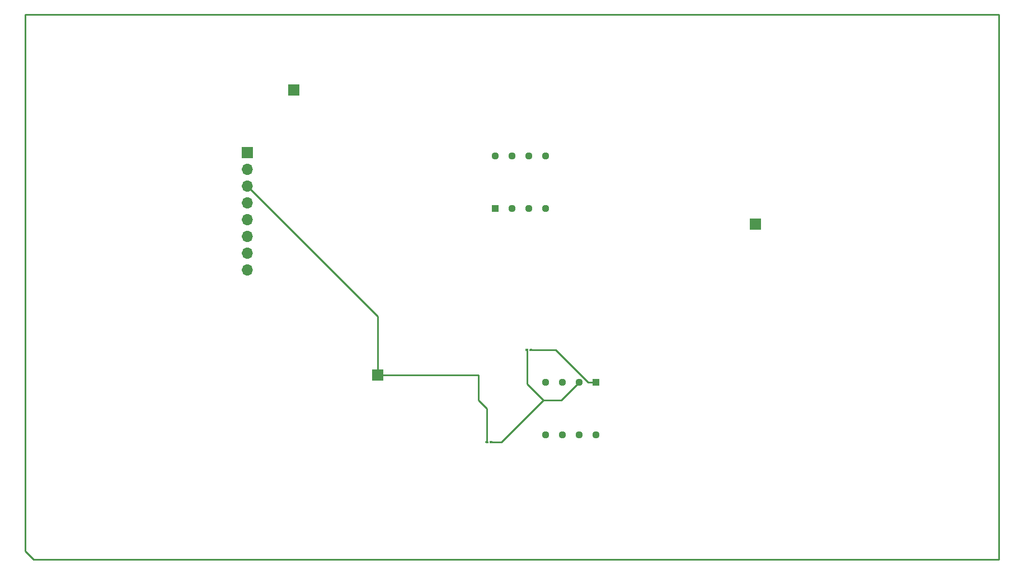
<source format=gbr>
%TF.GenerationSoftware,KiCad,Pcbnew,(5.1.10)-1*%
%TF.CreationDate,2021-11-07T17:04:32-05:00*%
%TF.ProjectId,kicad,6b696361-642e-46b6-9963-61645f706362,rev?*%
%TF.SameCoordinates,Original*%
%TF.FileFunction,Copper,L32,Bot*%
%TF.FilePolarity,Positive*%
%FSLAX46Y46*%
G04 Gerber Fmt 4.6, Leading zero omitted, Abs format (unit mm)*
G04 Created by KiCad (PCBNEW (5.1.10)-1) date 2021-11-07 17:04:32*
%MOMM*%
%LPD*%
G01*
G04 APERTURE LIST*
%TA.AperFunction,ComponentPad*%
%ADD10R,1.130000X1.130000*%
%TD*%
%TA.AperFunction,ComponentPad*%
%ADD11C,1.130000*%
%TD*%
%TA.AperFunction,ComponentPad*%
%ADD12R,1.700000X1.700000*%
%TD*%
%TA.AperFunction,ComponentPad*%
%ADD13O,1.700000X1.700000*%
%TD*%
%TA.AperFunction,Conductor*%
%ADD14C,0.250000*%
%TD*%
G04 APERTURE END LIST*
D10*
%TO.P,U3,1*%
%TO.N,Net-(R8-Pad1)*%
X201930000Y-138270000D03*
D11*
%TO.P,U3,2*%
%TO.N,Net-(1k2-Pad1)*%
X199390000Y-138270000D03*
%TO.P,U3,3*%
%TO.N,Net-(C2-Pad1)*%
X196850000Y-138270000D03*
%TO.P,U3,4*%
%TO.N,N/C*%
X194310000Y-138270000D03*
%TO.P,U3,5*%
X194310000Y-146210000D03*
%TO.P,U3,6*%
X196850000Y-146210000D03*
%TO.P,U3,7*%
X199390000Y-146210000D03*
%TO.P,U3,8*%
X201930000Y-146210000D03*
%TD*%
%TO.P,1k2,1*%
%TO.N,Net-(1k2-Pad1)*%
%TA.AperFunction,SMDPad,CuDef*%
G36*
G01*
X186290000Y-147220000D02*
X186290000Y-147420000D01*
G75*
G02*
X186190000Y-147520000I-100000J0D01*
G01*
X185930000Y-147520000D01*
G75*
G02*
X185830000Y-147420000I0J100000D01*
G01*
X185830000Y-147220000D01*
G75*
G02*
X185930000Y-147120000I100000J0D01*
G01*
X186190000Y-147120000D01*
G75*
G02*
X186290000Y-147220000I0J-100000D01*
G01*
G37*
%TD.AperFunction*%
%TO.P,1k2,2*%
%TO.N,Net-(1k2-Pad2)*%
%TA.AperFunction,SMDPad,CuDef*%
G36*
G01*
X185650000Y-147220000D02*
X185650000Y-147420000D01*
G75*
G02*
X185550000Y-147520000I-100000J0D01*
G01*
X185290000Y-147520000D01*
G75*
G02*
X185190000Y-147420000I0J100000D01*
G01*
X185190000Y-147220000D01*
G75*
G02*
X185290000Y-147120000I100000J0D01*
G01*
X185550000Y-147120000D01*
G75*
G02*
X185650000Y-147220000I0J-100000D01*
G01*
G37*
%TD.AperFunction*%
%TD*%
D12*
%TO.P,Vin2,1*%
%TO.N,Net-(D1-Pad1)*%
X226060000Y-114300000D03*
%TD*%
%TO.P,Vin1,1*%
%TO.N,Net-(R1-Pad1)*%
X156210000Y-93980000D03*
%TD*%
D11*
%TO.P,U2,8*%
%TO.N,N/C*%
X186690000Y-103980000D03*
%TO.P,U2,7*%
X189230000Y-103980000D03*
%TO.P,U2,6*%
X191770000Y-103980000D03*
%TO.P,U2,5*%
X194310000Y-103980000D03*
%TO.P,U2,4*%
X194310000Y-111920000D03*
%TO.P,U2,3*%
%TO.N,Net-(C1-Pad1)*%
X191770000Y-111920000D03*
%TO.P,U2,2*%
%TO.N,Net-(R5-Pad2)*%
X189230000Y-111920000D03*
D10*
%TO.P,U2,1*%
%TO.N,Net-(R5-Pad1)*%
X186690000Y-111920000D03*
%TD*%
D12*
%TO.P,U1,1*%
%TO.N,Net-(R1-Pad2)*%
X149145001Y-103425001D03*
D13*
%TO.P,U1,2*%
%TO.N,Net-(1k2-Pad2)*%
X149145001Y-105965001D03*
%TO.P,U1,3*%
X149145001Y-108505001D03*
%TO.P,U1,4*%
%TO.N,Net-(C1-Pad2)*%
X149145001Y-111045001D03*
%TO.P,U1,5*%
%TO.N,N/C*%
X149145001Y-113585001D03*
%TO.P,U1,6*%
X149145001Y-116125001D03*
%TO.P,U1,7*%
X149145001Y-118665001D03*
%TO.P,U1,8*%
X149145001Y-121205001D03*
%TD*%
%TO.P,R8,1*%
%TO.N,Net-(R8-Pad1)*%
%TA.AperFunction,SMDPad,CuDef*%
G36*
G01*
X192320000Y-133250000D02*
X192320000Y-133450000D01*
G75*
G02*
X192220000Y-133550000I-100000J0D01*
G01*
X191960000Y-133550000D01*
G75*
G02*
X191860000Y-133450000I0J100000D01*
G01*
X191860000Y-133250000D01*
G75*
G02*
X191960000Y-133150000I100000J0D01*
G01*
X192220000Y-133150000D01*
G75*
G02*
X192320000Y-133250000I0J-100000D01*
G01*
G37*
%TD.AperFunction*%
%TO.P,R8,2*%
%TO.N,Net-(1k2-Pad1)*%
%TA.AperFunction,SMDPad,CuDef*%
G36*
G01*
X191680000Y-133250000D02*
X191680000Y-133450000D01*
G75*
G02*
X191580000Y-133550000I-100000J0D01*
G01*
X191320000Y-133550000D01*
G75*
G02*
X191220000Y-133450000I0J100000D01*
G01*
X191220000Y-133250000D01*
G75*
G02*
X191320000Y-133150000I100000J0D01*
G01*
X191580000Y-133150000D01*
G75*
G02*
X191680000Y-133250000I0J-100000D01*
G01*
G37*
%TD.AperFunction*%
%TD*%
D12*
%TO.P,gnd1,1*%
%TO.N,Net-(1k2-Pad2)*%
X168910000Y-137160000D03*
%TD*%
D14*
%TO.N,*%
X115570000Y-82550000D02*
X262890000Y-82550000D01*
X262890000Y-82550000D02*
X262890000Y-165100000D01*
X262890000Y-165100000D02*
X116840000Y-165100000D01*
X116840000Y-165100000D02*
X115570000Y-163830000D01*
X115570000Y-163830000D02*
X115570000Y-82550000D01*
%TO.N,Net-(1k2-Pad1)*%
X187640000Y-147320000D02*
X193990000Y-140970000D01*
X186060000Y-147320000D02*
X187640000Y-147320000D01*
X196690000Y-140970000D02*
X199390000Y-138270000D01*
X193990000Y-140970000D02*
X196690000Y-140970000D01*
X193990000Y-140970000D02*
X191534990Y-138514990D01*
X191534990Y-133434990D02*
X191450000Y-133350000D01*
X191534990Y-138514990D02*
X191534990Y-133434990D01*
%TO.N,Net-(R8-Pad1)*%
X200707202Y-138270000D02*
X201930000Y-138270000D01*
X195787202Y-133350000D02*
X200707202Y-138270000D01*
X192090000Y-133350000D02*
X195787202Y-133350000D01*
%TO.N,Net-(1k2-Pad2)*%
X168910000Y-128270000D02*
X149145001Y-108505001D01*
X168910000Y-137160000D02*
X168910000Y-128270000D01*
X168910000Y-137160000D02*
X184150000Y-137160000D01*
X184150000Y-137160000D02*
X184150000Y-140970000D01*
X185420000Y-147320000D02*
X185420000Y-142240000D01*
X185420000Y-142240000D02*
X184150000Y-140970000D01*
%TD*%
M02*

</source>
